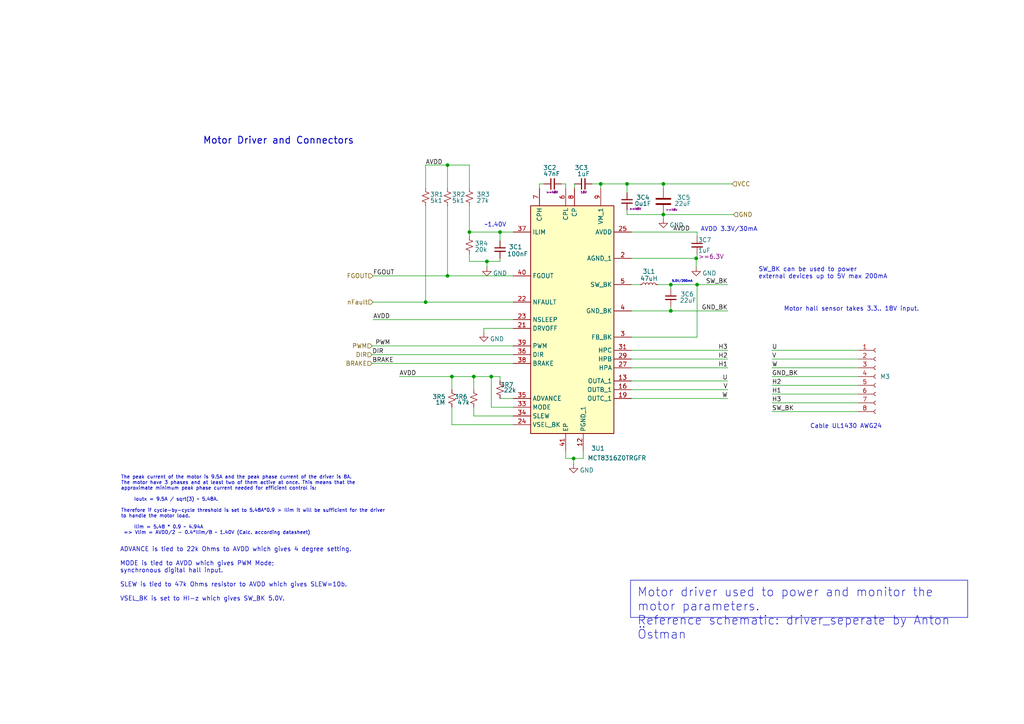
<source format=kicad_sch>
(kicad_sch (version 20231120) (generator "eeschema") (generator_version "8.0")
  (paper "A4")
  (lib_symbols
    (symbol "Connector:Conn_01x08_Socket" (pin_names (offset 1.016) hide)
      (property "Reference" "J" (at 0 10.16 0))
      (property "Value" "Conn_01x08_Socket" (at 0 -12.7 0))
      (symbol "Conn_01x08_Socket_1_1"
        (arc (start 0 -9.652) (mid -0.5058 -10.16) (end 0 -10.668) (stroke (width 0.1524)))
        (arc (start 0 -7.112) (mid -0.5058 -7.62) (end 0 -8.128) (stroke (width 0.1524)))
        (arc (start 0 -4.572) (mid -0.5058 -5.08) (end 0 -5.588) (stroke (width 0.1524)))
        (arc (start 0 -2.032) (mid -0.5058 -2.54) (end 0 -3.048) (stroke (width 0.1524)))
        (polyline (pts (xy -1.27 -10.16) (xy -0.508 -10.16)) (stroke (width 0.1524)))
        (polyline (pts (xy -1.27 -7.62) (xy -0.508 -7.62)) (stroke (width 0.1524)))
        (polyline (pts (xy -1.27 -5.08) (xy -0.508 -5.08)) (stroke (width 0.1524)))
        (polyline (pts (xy -1.27 -2.54) (xy -0.508 -2.54)) (stroke (width 0.1524)))
        (polyline (pts (xy -1.27 0) (xy -0.508 0)) (stroke (width 0.1524)))
        (polyline (pts (xy -1.27 2.54) (xy -0.508 2.54)) (stroke (width 0.1524)))
        (polyline (pts (xy -1.27 5.08) (xy -0.508 5.08)) (stroke (width 0.1524)))
        (polyline (pts (xy -1.27 7.62) (xy -0.508 7.62)) (stroke (width 0.1524)))
        (arc (start 0 0.508) (mid -0.5058 0) (end 0 -0.508) (stroke (width 0.1524)))
        (arc (start 0 3.048) (mid -0.5058 2.54) (end 0 2.032) (stroke (width 0.1524)))
        (arc (start 0 5.588) (mid -0.5058 5.08) (end 0 4.572) (stroke (width 0.1524)))
        (arc (start 0 8.128) (mid -0.5058 7.62) (end 0 7.112) (stroke (width 0.1524)))
        (pin passive line (at -5.08 7.62 0) (length 3.81) (name "Pin_1") (number "1"))
        (pin passive line (at -5.08 5.08 0) (length 3.81) (name "Pin_2") (number "2"))
        (pin passive line (at -5.08 2.54 0) (length 3.81) (name "Pin_3") (number "3"))
        (pin passive line (at -5.08 0 0) (length 3.81) (name "Pin_4") (number "4"))
        (pin passive line (at -5.08 -2.54 0) (length 3.81) (name "Pin_5") (number "5"))
        (pin passive line (at -5.08 -5.08 0) (length 3.81) (name "Pin_6") (number "6"))
        (pin passive line (at -5.08 -7.62 0) (length 3.81) (name "Pin_7") (number "7"))
        (pin passive line (at -5.08 -10.16 0) (length 3.81) (name "Pin_8") (number "8"))
      )
    )
    (symbol "Device:C" (pin_numbers hide) (pin_names (offset 0.254))
      (property "Reference" "C" (at 0.635 2.54 0))
      (property "Value" "C" (at 0.635 -2.54 0))
      (symbol "C_0_1"
        (polyline (pts (xy -2.032 -0.762) (xy 2.032 -0.762)) (stroke (width 0.508)))
        (polyline (pts (xy -2.032 0.762) (xy 2.032 0.762)) (stroke (width 0.508)))
      )
      (symbol "C_1_1"
        (pin passive line (at 0 3.81 270) (length 2.794) (name "~") (number "1"))
        (pin passive line (at 0 -3.81 90) (length 2.794) (name "~") (number "2"))
      )
    )
    (symbol "Device:C_Small" (pin_numbers hide) (pin_names (offset 0.254) hide)
      (property "Reference" "C" (at 0.254 1.778 0))
      (property "Value" "C_Small" (at 0.254 -2.032 0))
      (symbol "C_Small_0_1"
        (polyline (pts (xy -1.524 -0.508) (xy 1.524 -0.508)) (stroke (width 0.3302)))
        (polyline (pts (xy -1.524 0.508) (xy 1.524 0.508)) (stroke (width 0.3048)))
      )
      (symbol "C_Small_1_1"
        (pin passive line (at 0 2.54 270) (length 2.032) (name "~") (number "1"))
        (pin passive line (at 0 -2.54 90) (length 2.032) (name "~") (number "2"))
      )
    )
    (symbol "Device:L_Small" (pin_numbers hide) (pin_names (offset 0.254) hide)
      (property "Reference" "L" (at 0.762 1.016 0))
      (property "Value" "L_Small" (at 0.762 -1.016 0))
      (symbol "L_Small_0_1"
        (arc (start 0 -2.032) (mid 0.5058 -1.524) (end 0 -1.016))
        (arc (start 0 -1.016) (mid 0.5058 -0.508) (end 0 0))
        (arc (start 0 0) (mid 0.5058 0.508) (end 0 1.016))
        (arc (start 0 1.016) (mid 0.5058 1.524) (end 0 2.032))
      )
      (symbol "L_Small_1_1"
        (pin passive line (at 0 2.54 270) (length 0.508) (name "~") (number "1"))
        (pin passive line (at 0 -2.54 90) (length 0.508) (name "~") (number "2"))
      )
    )
    (symbol "Device:R_Small_US" (pin_numbers hide) (pin_names (offset 0.254) hide)
      (property "Reference" "R" (at 0.762 0.508 0))
      (property "Value" "R_Small_US" (at 0.762 -1.016 0))
      (symbol "R_Small_US_1_1"
        (polyline (pts (xy 0 0) (xy 1.016 -0.381) (xy 0 -0.762) (xy -1.016 -1.143) (xy 0 -1.524)))
        (polyline (pts (xy 0 1.524) (xy 1.016 1.143) (xy 0 0.762) (xy -1.016 0.381) (xy 0 0)))
        (pin passive line (at 0 2.54 270) (length 1.016) (name "~") (number "1"))
        (pin passive line (at 0 -2.54 90) (length 1.016) (name "~") (number "2"))
      )
    )
    (symbol "MCT8316Z0TQRGFRQ1:MCT8316Z0TQRGFRQ1"
      (property "Reference" "IC?" (at 5.08 -54.61 0))
      (property "Value" "MCT8316Z0TQRGFRQ1" (at 21.59 -54.61 0))
      (symbol "MCT8316Z0TQRGFRQ1_1_1"
        (rectangle (start 5.08 12.7) (end 29.21 -53.34) (stroke (width 0.254)) (fill (type background)))
        (pin no_connect line (at 29.21 -5.08 180) (length 5.08) hide (name "NC") (number "1"))
        (pin passive line (at 25.4 17.78 270) (length 5.08) hide (name "VM_2") (number "10"))
        (pin passive line (at 25.4 17.78 270) (length 5.08) hide (name "VM_3") (number "11"))
        (pin passive line (at 20.32 -58.42 90) (length 5.08) (name "PGND_1") (number "12"))
        (pin passive line (at 34.29 -38.1 180) (length 5.08) (name "OUTA_1") (number "13"))
        (pin passive line (at 34.29 -38.1 180) (length 5.08) hide (name "OUTA_2") (number "14"))
        (pin passive line (at 20.32 -58.42 90) (length 5.08) hide (name "PGND_2") (number "15"))
        (pin passive line (at 34.29 -40.64 180) (length 5.08) (name "OUTB_1") (number "16"))
        (pin passive line (at 34.29 -40.64 180) (length 5.08) hide (name "OUTB_2") (number "17"))
        (pin passive line (at 20.32 -58.42 90) (length 5.08) hide (name "PGND_3") (number "18"))
        (pin passive line (at 34.29 -43.18 180) (length 5.08) (name "OUTC_1") (number "19"))
        (pin passive line (at 34.29 -2.54 180) (length 5.08) (name "AGND_1") (number "2"))
        (pin passive line (at 34.29 -43.18 180) (length 5.08) hide (name "OUTC_2") (number "20"))
        (pin passive line (at 0 -22.86 0) (length 5.08) (name "DRVOFF") (number "21"))
        (pin passive line (at 0 -15.24 0) (length 5.08) (name "NFAULT") (number "22"))
        (pin passive line (at 0 -20.32 0) (length 5.08) (name "NSLEEP") (number "23"))
        (pin passive line (at 0 -50.8 0) (length 5.08) (name "VSEL_BK") (number "24"))
        (pin passive line (at 34.29 5.08 180) (length 5.08) (name "AVDD") (number "25"))
        (pin passive line (at 34.29 -2.54 180) (length 5.08) hide (name "AGND_2") (number "26"))
        (pin passive line (at 34.29 -34.29 180) (length 5.08) (name "HPA") (number "27"))
        (pin no_connect line (at 29.21 -21.59 180) (length 5.08) hide (name "HNA") (number "28"))
        (pin passive line (at 34.29 -31.75 180) (length 5.08) (name "HPB") (number "29"))
        (pin passive line (at 34.29 -25.4 180) (length 5.08) (name "FB_BK") (number "3"))
        (pin no_connect line (at 29.21 -21.59 180) (length 5.08) hide (name "HNB") (number "30"))
        (pin passive line (at 34.29 -29.21 180) (length 5.08) (name "HPC") (number "31"))
        (pin no_connect line (at 29.21 -21.59 180) (length 5.08) hide (name "HNC") (number "32"))
        (pin passive line (at 0 -45.72 0) (length 5.08) (name "MODE") (number "33"))
        (pin passive line (at 0 -48.26 0) (length 5.08) (name "SLEW") (number "34"))
        (pin passive line (at 0 -43.18 0) (length 5.08) (name "ADVANCE") (number "35"))
        (pin passive line (at 0 -30.48 0) (length 5.08) (name "DIR") (number "36"))
        (pin passive line (at 0 5.08 0) (length 5.08) (name "ILIM") (number "37"))
        (pin passive line (at 0 -33.02 0) (length 5.08) (name "BRAKE") (number "38"))
        (pin passive line (at 0 -27.94 0) (length 5.08) (name "PWM") (number "39"))
        (pin passive line (at 34.29 -17.78 180) (length 5.08) (name "GND_BK") (number "4"))
        (pin passive line (at 0 -7.62 0) (length 5.08) (name "FGOUT") (number "40"))
        (pin passive line (at 15.24 -58.42 90) (length 5.08) (name "EP") (number "41"))
        (pin passive line (at 34.29 -10.16 180) (length 5.08) (name "SW_BK") (number "5"))
        (pin passive line (at 15.24 17.78 270) (length 5.08) (name "CPL") (number "6"))
        (pin passive line (at 7.62 17.78 270) (length 5.08) (name "CPH") (number "7"))
        (pin passive line (at 17.78 17.78 270) (length 5.08) (name "CP") (number "8"))
        (pin passive line (at 25.4 17.78 270) (length 5.08) (name "VM_1") (number "9"))
      )
    )
    (symbol "power:GND" (power) (pin_numbers hide) (pin_names (offset 0) hide)
      (property "Value" "GND" (at 0 -3.81 0))
      (symbol "GND_0_1"
        (polyline (pts (xy 0 0) (xy 0 -1.27) (xy 1.27 -1.27) (xy 0 -2.54) (xy -1.27 -1.27) (xy 0 -1.27)))
      )
      (symbol "GND_1_1"
        (pin power_in line (at 0 0 270) (length 0) (name "~") (number "1"))
      )
    )
  )
  (junction (at 137.414 109.22))
  (junction (at 194.564 82.55))
  (junction (at 136.144 67.31))
  (junction (at 129.794 47.879))
  (junction (at 123.444 87.63))
  (junction (at 174.244 53.34))
  (junction (at 142.494 109.22))
  (junction (at 131.064 109.22))
  (junction (at 194.564 90.17))
  (junction (at 145.034 67.31))
  (junction (at 192.405 53.34))
  (junction (at 201.93 74.93))
  (junction (at 166.37 132.969))
  (junction (at 202.184 82.55))
  (junction (at 141.224 75.819))
  (junction (at 129.794 80.01))
  (junction (at 181.864 53.34))
  (junction (at 192.405 62.23))
  (wire (pts (xy 223.901 119.38) (xy 248.92 119.38)))
  (wire (pts (xy 123.444 47.879) (xy 123.444 54.61)))
  (wire (pts (xy 190.754 82.55) (xy 194.564 82.55)))
  (wire (pts (xy 202.184 82.55) (xy 202.184 97.79)))
  (wire (pts (xy 108.204 87.63) (xy 123.444 87.63)))
  (wire (pts (xy 131.064 123.19) (xy 148.844 123.19)))
  (wire (pts (xy 123.444 59.69) (xy 123.444 87.63)))
  (wire (pts (xy 183.134 97.79) (xy 202.184 97.79)))
  (wire (pts (xy 183.134 101.6) (xy 211.074 101.6)))
  (wire (pts (xy 166.37 132.969) (xy 166.37 134.62)))
  (wire (pts (xy 142.494 109.22) (xy 145.034 109.22)))
  (wire (pts (xy 129.794 80.01) (xy 148.844 80.01)))
  (wire (pts (xy 129.794 47.879) (xy 129.794 54.61)))
  (wire (pts (xy 166.37 132.969) (xy 169.164 132.969)))
  (wire (pts (xy 223.901 111.76) (xy 248.92 111.76)))
  (wire (pts (xy 141.224 75.819) (xy 141.224 77.47)))
  (wire (pts (xy 115.824 109.22) (xy 131.064 109.22)))
  (wire (pts (xy 137.414 120.65) (xy 148.844 120.65)))
  (wire (pts (xy 107.95 100.33) (xy 148.844 100.33)))
  (wire (pts (xy 145.034 67.31) (xy 145.034 69.85)))
  (wire (pts (xy 164.084 53.34) (xy 164.084 54.61)))
  (wire (pts (xy 129.794 47.879) (xy 136.144 47.879)))
  (wire (pts (xy 202.184 67.31) (xy 202.184 68.58)))
  (wire (pts (xy 192.405 62.23) (xy 192.405 63.5)))
  (wire (pts (xy 136.144 47.879) (xy 136.144 54.61)))
  (wire (pts (xy 223.901 114.3) (xy 248.92 114.3)))
  (wire (pts (xy 192.405 53.34) (xy 212.344 53.34)))
  (wire (pts (xy 181.864 60.96) (xy 181.864 62.23)))
  (wire (pts (xy 194.564 82.55) (xy 202.184 82.55)))
  (wire (pts (xy 223.901 109.22) (xy 248.92 109.22)))
  (wire (pts (xy 156.464 53.34) (xy 157.734 53.34)))
  (wire (pts (xy 181.864 53.34) (xy 181.864 55.88)))
  (wire (pts (xy 223.901 104.14) (xy 248.92 104.14)))
  (wire (pts (xy 142.494 109.22) (xy 142.494 118.11)))
  (wire (pts (xy 107.95 105.41) (xy 148.844 105.41)))
  (wire (pts (xy 223.901 106.68) (xy 248.92 106.68)))
  (wire (pts (xy 201.93 74.93) (xy 202.184 74.93)))
  (wire (pts (xy 183.134 115.57) (xy 211.074 115.57)))
  (wire (pts (xy 164.084 53.34) (xy 162.814 53.34)))
  (wire (pts (xy 137.414 109.22) (xy 137.414 113.03)))
  (wire (pts (xy 194.564 90.17) (xy 211.074 90.17)))
  (wire (pts (xy 136.144 67.31) (xy 145.034 67.31)))
  (wire (pts (xy 183.134 74.93) (xy 201.93 74.93)))
  (wire (pts (xy 183.134 106.68) (xy 211.074 106.68)))
  (wire (pts (xy 108.204 92.71) (xy 148.844 92.71)))
  (wire (pts (xy 129.794 80.01) (xy 108.204 80.01)))
  (wire (pts (xy 136.144 59.69) (xy 136.144 67.31)))
  (wire (pts (xy 201.93 74.93) (xy 201.93 77.47)))
  (wire (pts (xy 192.405 53.34) (xy 192.405 54.61)))
  (wire (pts (xy 140.335 95.25) (xy 140.335 96.52)))
  (wire (pts (xy 156.464 53.34) (xy 156.464 54.61)))
  (wire (pts (xy 142.494 118.11) (xy 148.844 118.11)))
  (wire (pts (xy 131.064 113.03) (xy 131.064 109.22)))
  (wire (pts (xy 136.144 67.31) (xy 136.144 68.58)))
  (wire (pts (xy 183.134 104.14) (xy 211.074 104.14)))
  (wire (pts (xy 183.134 67.31) (xy 202.184 67.31)))
  (wire (pts (xy 166.624 53.34) (xy 166.624 54.61)))
  (wire (pts (xy 140.335 95.25) (xy 148.844 95.25)))
  (wire (pts (xy 145.034 67.31) (xy 148.844 67.31)))
  (wire (pts (xy 223.901 101.6) (xy 248.92 101.6)))
  (wire (pts (xy 131.064 118.11) (xy 131.064 123.19)))
  (wire (pts (xy 223.901 116.84) (xy 248.92 116.84)))
  (wire (pts (xy 181.864 62.23) (xy 192.405 62.23)))
  (wire (pts (xy 183.134 110.49) (xy 211.074 110.49)))
  (wire (pts (xy 183.134 82.55) (xy 185.674 82.55)))
  (wire (pts (xy 145.034 74.93) (xy 145.034 75.819)))
  (wire (pts (xy 183.134 113.03) (xy 211.074 113.03)))
  (wire (pts (xy 174.244 53.34) (xy 181.864 53.34)))
  (wire (pts (xy 192.405 62.23) (xy 212.725 62.23)))
  (wire (pts (xy 166.37 132.969) (xy 164.084 132.969)))
  (wire (pts (xy 129.794 59.69) (xy 129.794 80.01)))
  (wire (pts (xy 107.95 102.87) (xy 148.844 102.87)))
  (wire (pts (xy 136.144 75.819) (xy 136.144 73.66)))
  (wire (pts (xy 181.864 53.34) (xy 192.405 53.34)))
  (wire (pts (xy 145.034 109.22) (xy 145.034 110.49)))
  (wire (pts (xy 123.444 47.879) (xy 129.794 47.879)))
  (wire (pts (xy 183.134 90.17) (xy 194.564 90.17)))
  (wire (pts (xy 169.164 130.81) (xy 169.164 132.969)))
  (wire (pts (xy 141.224 75.819) (xy 145.034 75.819)))
  (wire (pts (xy 202.184 82.55) (xy 211.074 82.55)))
  (wire (pts (xy 131.064 109.22) (xy 137.414 109.22)))
  (wire (pts (xy 145.034 115.57) (xy 148.844 115.57)))
  (wire (pts (xy 123.444 87.63) (xy 148.844 87.63)))
  (wire (pts (xy 194.564 88.9) (xy 194.564 90.17)))
  (wire (pts (xy 137.414 118.11) (xy 137.414 120.65)))
  (wire (pts (xy 194.564 82.55) (xy 194.564 83.82)))
  (wire (pts (xy 171.704 53.34) (xy 174.244 53.34)))
  (wire (pts (xy 202.184 73.66) (xy 202.184 74.93)))
  (wire (pts (xy 164.084 132.969) (xy 164.084 130.81)))
  (wire (pts (xy 141.224 75.819) (xy 136.144 75.819)))
  (wire (pts (xy 174.244 53.34) (xy 174.244 54.61)))
  (wire (pts (xy 137.414 109.22) (xy 142.494 109.22)))
  (text_box "Motor driver used to power and monitor the motor parameters.\nReference schematic: driver_seperate by Anton Östman" (at 182.88 168.275 0) (size 97.79 10.795) (effects (font (size 2.54 2.54)) (justify left top)))
  (text "5.0V/200mA" (at 194.818 82.042 0) (effects (font (size 0.635 0.635)) (justify left bottom)))
  (text "ADVANCE is tied to 22k Ohms to AVDD which gives 4 degree setting.\n\nMODE is tied to AVDD which gives PWM Mode;\nsynchronous digital hall input.\n\nSLEW is tied to 47k Ohms resistor to AVDD which gives SLEW=10b.\n\nVSEL_BK is set to HI-z which gives SW_BK 5.0V." (at 34.798 174.498 0) (effects (font (size 1.27 1.27)) (justify left bottom)))
  (text "Cable UL1430 AWG24" (at 234.95 124.46 0) (effects (font (size 1.27 1.27)) (justify left bottom)))
  (text "The peak current of the motor is 9.5A and the peak phase current of the driver is 8A.\nThe motor have 3 phases and at least two of them active at once. This means that the\napproximate minimum peak phase current needed for efficient control is:\n	\n	Ioutx = 9.5A / sqrt(3) ~ 5.48A.\n\nTherefore if cycle-by-cycle threshold is set to 5.48A*0.9 > Ilim it will be sufficient for the driver\nto handle the motor load.\n\n	Ilim = 5.48 * 0.9 ~ 4.94A\n => Vlim = AVDD/2 - 0.4*Ilim/8 ~ 1.40V (Calc. according datasheet)" (at 35.052 155.194 0) (effects (font (size 1 1)) (justify left bottom)))
  (text "Motor hall sensor takes 3.3.. 18V input." (at 227.33 90.424 0) (effects (font (size 1.27 1.27)) (justify left bottom)))
  (text "~1.40V" (at 140.462 66.04 0) (effects (font (size 1.27 1.27)) (justify left bottom)))
  (text "AVDD 3.3V/30mA" (at 203.2 67.31 0) (effects (font (size 1.27 1.27)) (justify left bottom)))
  (text "SW_BK can be used to power \nexternal devices up to 5V max 200mA\n" (at 219.964 81.026 0) (effects (font (size 1.27 1.27)) (justify left bottom)))
  (text "Motor Driver and Connectors" (at 58.801 42.037 0) (effects (font (size 2 2) (thickness 0.254) (bold yes)) (justify left bottom)))
  (label "BRAKE" (at 107.95 105.41 0))
  (label "PWM" (at 108.839 100.33 0))
  (label "H2" (at 223.901 111.76 0))
  (label "AVDD" (at 123.444 48.006 0))
  (label "H3" (at 223.901 116.84 0))
  (label "H1" (at 211.074 106.68 180))
  (label "SW_BK" (at 211.074 82.55 180))
  (label "W" (at 223.901 106.68 0))
  (label "U" (at 211.074 110.49 180))
  (label "U" (at 223.901 101.6 0))
  (label "H1" (at 223.901 114.3 0))
  (label "AVDD" (at 108.204 92.71 0))
  (label "SW_BK" (at 223.901 119.38 0))
  (label "AVDD" (at 115.824 109.22 0))
  (label "H2" (at 211.074 104.14 180))
  (label "GND_BK" (at 223.901 109.22 0))
  (label "W" (at 211.074 115.57 180))
  (label "V" (at 211.074 113.03 180))
  (label "DIR" (at 107.95 102.87 0))
  (label "FGOUT" (at 108.204 80.01 0))
  (label "H3" (at 211.074 101.6 180))
  (label "GND_BK" (at 211.074 90.17 180))
  (label "AVDD" (at 195.199 67.31 0))
  (label "V" (at 223.901 104.14 0))
  (hierarchical_label "DIR" (shape input) (at 107.95 102.87 180))
  (hierarchical_label "PWM" (shape input) (at 107.95 100.33 180))
  (hierarchical_label "nFault" (shape input) (at 108.204 87.63 180))
  (hierarchical_label "BRAKE" (shape input) (at 107.95 105.41 180))
  (hierarchical_label "GND" (shape input) (at 212.725 62.23 0))
  (hierarchical_label "FGOUT" (shape input) (at 108.204 80.01 180))
  (hierarchical_label "VCC" (shape input) (at 212.344 53.34 0))
  (symbol (lib_id "Device:L_Small") (at 188.214 82.55 90) (unit 1)
    (property "Reference" "3L1" (at 188.214 78.74 90))
    (property "Value" "47uH" (at 188.214 80.772 90))
    (property "Footprint" "Inductor_SMD:L_0805_2012Metric" (effects (hide yes)))
    (property "Description" "MFR.Part # CMI201212J470KT JLCPCB Part # C105499" (effects (hide yes)))
  )
  (symbol (lib_id "Device:C_Small") (at 181.864 58.42 0) (unit 1)
    (property "Reference" "3C4" (at 184.531 57.277 0) (effects (justify left)))
    (property "Value" "0u1F" (at 184.023 59.055 0) (effects (justify left)))
    (property "Footprint" "Capacitor_SMD:C_0402_1005Metric" (effects (hide yes)))
    (property "Description" "MFR.Part # CL05B104KB54PNC JLCPCB Part # C307331" (effects (hide yes)))
    (property "Voltage" ">=48V" (at 184.277 60.579 0) (effects (font (size 0.635 0.635))))
  )
  (symbol (lib_id "Connector:Conn_01x08_Socket") (at 254 109.22 0) (unit 1)
    (property "Reference" "M3" (at 255.27 109.2199 0) (effects (justify left)))
    (property "Value" "Conn_01x08_Socket" (effects (hide yes)))
    (property "Footprint" "Connector_PinHeader_2.54mm:PinHeader_1x08_P2.54mm_Vertical" (effects (hide yes)))
    (property "Description" "MFR.Part # HB-PH3-25418PB2GOP JLCPCB Part # C6332201" (effects (hide yes)))
  )
  (symbol (lib_id "Device:R_Small_US") (at 136.144 57.15 0) (unit 1)
    (property "Reference" "3R3" (at 138.176 56.388 0) (effects (justify left)))
    (property "Value" "27k" (at 138.176 58.166 0) (effects (justify left)))
    (property "Footprint" "Resistor_SMD:R_0603_1608Metric" (effects (hide yes)))
    (property "Description" "MFR.Part # 0603WAF2702T5E JLCPCB Part # C22967" (effects (hide yes)))
  )
  (symbol (lib_id "Device:C_Small") (at 160.274 53.34 90) (unit 1)
    (property "Reference" "3C2" (at 161.417 48.641 90) (effects (justify left)))
    (property "Value" "47nF" (at 162.433 50.419 90) (effects (justify left)))
    (property "Footprint" "Capacitor_SMD:C_0402_1005Metric" (effects (hide yes)))
    (property "Description" "MFR.Part # CL05B473KB5VPNC JLCPCB Part # C307339" (effects (hide yes)))
    (property "Voltage" ">=48V" (at 160.147 55.753 90) (effects (font (size 0.635 0.635))))
  )
  (symbol (lib_id "power:GND") (at 192.405 63.5 0) (unit 1)
    (property "Reference" "#PWR034" (effects (hide yes)))
    (property "Value" "GND" (at 196.215 65.278 0))
    (property "Description" "Power symbol creates a global label with name \"GND\" , ground" (effects (hide yes)))
  )
  (symbol (lib_id "MCT8316Z0TQRGFRQ1:MCT8316Z0TQRGFRQ1") (at 148.844 72.39 0) (unit 1)
    (property "Reference" "3U1" (at 171.45 130.048 0) (effects (justify left)))
    (property "Value" "MCT8316Z0TRGFR" (at 170.434 132.842 0) (effects (justify left)))
    (property "Footprint" "motorDriver:RGF0040E-IPC_B" (effects (hide yes)))
    (property "Description" "MFR.Part # MCT8316Z0TRGFR JLCPCB Part # C3681342" (effects (hide yes)))
    (property "Reference_1" "IC" (effects (hide yes)))
    (property "Value_1" "MCT8316Z0TQRGFRQ1" (effects (hide yes)))
    (property "Footprint_1" "QFN50P500X700X100-41N-D" (effects (hide yes)))
    (property "Datasheet_1" "https://www.ti.com/lit/ds/symlink/mct8316z-q1.pdf?ts=1644468763902&ref_url=https%253A%252F%252Fwww.ti.com%252Fproduct%252FMCT8316Z-Q1" (effects (hide yes)))
    (property "Height" "1" (effects (hide yes)))
    (property "Mouser Part Number" "595-CT8316Z0TQRGFRQ1" (effects (hide yes)))
    (property "Mouser Price/Stock" "https://www.mouser.co.uk/ProductDetail/Texas-Instruments/MCT8316Z0TQRGFRQ1?qs=doiCPypUmgGjpIW3bYp16w%3D%3D" (effects (hide yes)))
    (property "Manufacturer_Name" "Texas Instruments" (effects (hide yes)))
    (property "Manufacturer_Part_Number" "MCT8316Z0TQRGFRQ1" (effects (hide yes)))
  )
  (symbol (lib_id "Device:C_Small") (at 202.184 71.12 0) (unit 1)
    (property "Reference" "3C7" (at 202.438 69.596 0) (effects (justify left)))
    (property "Value" "1uF" (at 202.438 72.644 0) (effects (justify left)))
    (property "Footprint" "Capacitor_SMD:C_0402_1005Metric" (effects (hide yes)))
    (property "Description" "MFR.Part # GRM155R61A105KE15D JLCPCB Part # C76999" (effects (hide yes)))
    (property "Voltage" ">=6.3V" (at 206.248 74.422 0))
  )
  (symbol (lib_id "power:GND") (at 141.224 77.47 0) (unit 1)
    (property "Reference" "#PWR032" (effects (hide yes)))
    (property "Value" "GND" (at 145.034 79.248 0))
    (property "Description" "Power symbol creates a global label with name \"GND\" , ground" (effects (hide yes)))
  )
  (symbol (lib_id "Device:R_Small_US") (at 123.444 57.15 0) (unit 1)
    (property "Reference" "3R1" (at 124.714 56.388 0) (effects (justify left)))
    (property "Value" "5k1" (at 124.714 58.166 0) (effects (justify left)))
    (property "Footprint" "Resistor_SMD:R_0603_1608Metric" (effects (hide yes)))
    (property "Description" "MFR.Part # ERJ3GEYJ512V JLCPCB Part # C403509" (effects (hide yes)))
  )
  (symbol (lib_id "Device:R_Small_US") (at 129.794 57.15 0) (unit 1)
    (property "Reference" "3R2" (at 131.064 56.388 0) (effects (justify left)))
    (property "Value" "5k1" (at 131.064 58.166 0) (effects (justify left)))
    (property "Footprint" "Resistor_SMD:R_0603_1608Metric" (effects (hide yes)))
    (property "Description" "MFR.Part # ERJ3GEYJ512V JLCPCB Part # C403509" (effects (hide yes)))
  )
  (symbol (lib_id "Device:R_Small_US") (at 145.034 113.03 180) (unit 1)
    (property "Reference" "3R7" (at 148.971 111.633 0) (effects (justify left)))
    (property "Value" "22k" (at 149.733 113.157 0) (effects (justify left)))
    (property "Footprint" "Resistor_SMD:R_0402_1005Metric" (effects (hide yes)))
    (property "Description" "MFR.Part # 0402WGJ0223TCE JLCPCB Part # C25547" (effects (hide yes)))
  )
  (symbol (lib_id "Device:R_Small_US") (at 131.064 115.57 180) (unit 1)
    (property "Reference" "3R5" (at 129.286 115.062 0) (effects (justify left)))
    (property "Value" "1M" (at 129.159 116.713 0) (effects (justify left)))
    (property "Footprint" "Resistor_SMD:R_0805_2012Metric" (effects (hide yes)))
    (property "Description" "MFR.Part # RC0805FR-071ML JLCPCB Part # C107700" (effects (hide yes)))
  )
  (symbol (lib_id "power:GND") (at 166.37 134.62 0) (unit 1)
    (property "Reference" "#PWR033" (effects (hide yes)))
    (property "Value" "GND" (at 170.18 136.398 0))
    (property "Description" "Power symbol creates a global label with name \"GND\" , ground" (effects (hide yes)))
  )
  (symbol (lib_id "Device:C_Small") (at 169.164 53.34 90) (unit 1)
    (property "Reference" "3C3" (at 170.561 48.641 90) (effects (justify left)))
    (property "Value" "1uF" (at 171.069 50.419 90) (effects (justify left)))
    (property "Footprint" "Capacitor_SMD:C_0402_1005Metric" (effects (hide yes)))
    (property "Description" "MFR.Part # CL05A105KP5NNNC JLCPCB Part # C14445" (effects (hide yes)))
    (property "Voltage" "16V" (at 169.291 55.753 90) (effects (font (size 0.635 0.635))))
  )
  (symbol (lib_id "power:GND") (at 201.93 77.47 0) (unit 1)
    (property "Reference" "#PWR036" (effects (hide yes)))
    (property "Value" "GND" (at 205.74 79.248 0))
    (property "Description" "Power symbol creates a global label with name \"GND\" , ground" (effects (hide yes)))
  )
  (symbol (lib_id "Device:C_Small") (at 194.564 86.36 0) (unit 1)
    (property "Reference" "3C6" (at 197.358 85.344 0) (effects (justify left)))
    (property "Value" "22uF" (at 197.104 87.122 0) (effects (justify left)))
    (property "Footprint" "Capacitor_SMD:C_0402_1005Metric" (effects (hide yes)))
    (property "Description" "MFR.Part # CL05A226MQ5QUNC JLCPCB Part # C105226" (effects (hide yes)))
  )
  (symbol (lib_id "Device:R_Small_US") (at 136.144 71.12 0) (unit 1)
    (property "Reference" "3R4" (at 137.668 70.612 0) (effects (justify left)))
    (property "Value" "20k" (at 137.668 72.39 0) (effects (justify left)))
    (property "Footprint" "Resistor_SMD:R_0603_1608Metric" (effects (hide yes)))
    (property "Description" "MFR.Part # 0603WAF2002T5E JLCPCB Part # C4184" (effects (hide yes)))
  )
  (symbol (lib_id "Device:C_Small") (at 145.034 72.39 0) (unit 1)
    (property "Reference" "3C1" (at 147.574 71.628 0) (effects (justify left)))
    (property "Value" "100nF" (at 147.066 73.66 0) (effects (justify left)))
    (property "Footprint" "Capacitor_SMD:C_0402_1005Metric" (effects (hide yes)))
    (property "Description" "MFR.Part # CL05B104KO5NNNC JLCPCB Part # C1525" (effects (hide yes)))
  )
  (symbol (lib_id "Device:C") (at 192.405 58.42 0) (unit 1)
    (property "Reference" "3C5" (at 196.342 57.277 0) (effects (justify left)))
    (property "Value" "22uF" (at 195.58 59.055 0) (effects (justify left)))
    (property "Footprint" "Capacitor_SMD:C_2220_5750Metric" (effects (hide yes)))
    (property "Description" "MFR.Part # FS55X226K500EHG JLCPCB Part # C784103" (effects (hide yes)))
    (property "Voltage" ">=48v" (at 194.818 60.833 0) (effects (font (size 0.635 0.635))))
  )
  (symbol (lib_id "Device:R_Small_US") (at 137.414 115.57 180) (unit 1)
    (property "Reference" "3R6" (at 135.636 115.062 0) (effects (justify left)))
    (property "Value" "47k" (at 136.271 116.713 0) (effects (justify left)))
    (property "Footprint" "Resistor_SMD:R_0402_1005Metric" (effects (hide yes)))
    (property "Description" "MFR.Part # 0402WGF4702TCE JLCPCB Part # C25792" (effects (hide yes)))
  )
  (symbol (lib_id "power:GND") (at 140.335 96.52 0) (unit 1)
    (property "Reference" "#PWR031" (effects (hide yes)))
    (property "Value" "GND" (at 144.145 98.298 0))
    (property "Description" "Power symbol creates a global label with name \"GND\" , ground" (effects (hide yes)))
  )
)
</source>
